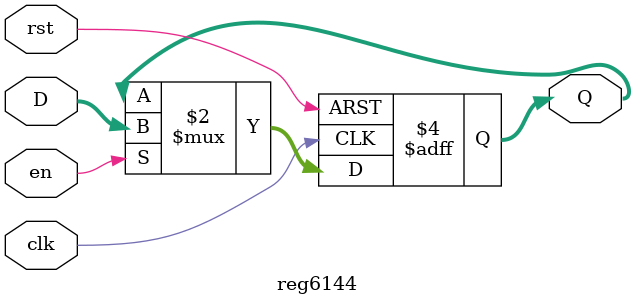
<source format=v>
`ifndef reg6144_H
`define reg6144_H
module reg6144(
	input clk,
	input rst,
	input en,
	input [6143:0] D,
	output reg  [6143:0] Q);
	
//	reg [6143:0] Q;
	initial begin
		Q <= 6144'b0;
	end
	always@(posedge clk or posedge rst) begin
		if (rst) begin
			Q <= 6144'b0;
		end
		else begin
			Q <= en?D:Q;
		end
	end
	
endmodule
`endif
</source>
